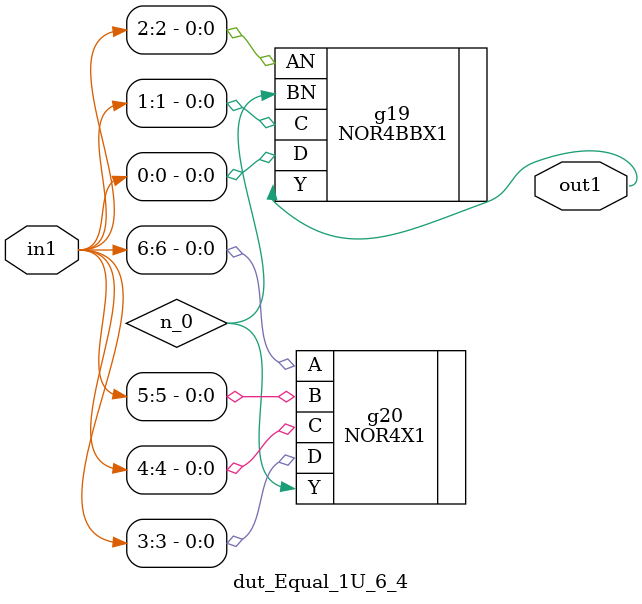
<source format=v>
`timescale 1ps / 1ps


module dut_Equal_1U_6_4(in1, out1);
  input [6:0] in1;
  output out1;
  wire [6:0] in1;
  wire out1;
  wire n_0;
  NOR4BBX1 g19(.AN (in1[2]), .BN (n_0), .C (in1[1]), .D (in1[0]), .Y
       (out1));
  NOR4X1 g20(.A (in1[6]), .B (in1[5]), .C (in1[4]), .D (in1[3]), .Y
       (n_0));
endmodule



</source>
